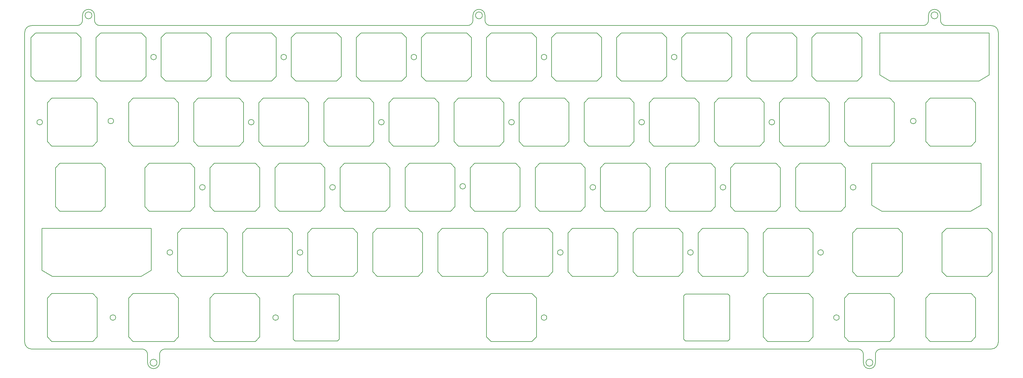
<source format=gbr>
%TF.GenerationSoftware,KiCad,Pcbnew,(6.0.0)*%
%TF.CreationDate,2023-05-15T16:31:23+03:00*%
%TF.ProjectId,Plate,506c6174-652e-46b6-9963-61645f706362,rev?*%
%TF.SameCoordinates,Original*%
%TF.FileFunction,Profile,NP*%
%FSLAX46Y46*%
G04 Gerber Fmt 4.6, Leading zero omitted, Abs format (unit mm)*
G04 Created by KiCad (PCBNEW (6.0.0)) date 2023-05-15 16:31:23*
%MOMM*%
%LPD*%
G01*
G04 APERTURE LIST*
%TA.AperFunction,Profile*%
%ADD10C,0.200000*%
%TD*%
G04 APERTURE END LIST*
D10*
X65550033Y-161094752D02*
X66851033Y-159793752D01*
X65550033Y-172492752D02*
X65550033Y-161094752D01*
X66851033Y-173793752D02*
X65550033Y-172492752D01*
X78849033Y-173793752D02*
X66851033Y-173793752D01*
X80150033Y-172492752D02*
X78849033Y-173793752D01*
X80150033Y-161094752D02*
X80150033Y-172492752D01*
X78849033Y-159793752D02*
X80150033Y-161094752D01*
X66851033Y-159793752D02*
X78849033Y-159793752D01*
X102661533Y-159793752D02*
X103962533Y-161094752D01*
X90663533Y-159793752D02*
X102661533Y-159793752D01*
X89362533Y-161094752D02*
X90663533Y-159793752D01*
X89362533Y-172492752D02*
X89362533Y-161094752D01*
X90663533Y-173793752D02*
X89362533Y-172492752D01*
X102661533Y-173793752D02*
X90663533Y-173793752D01*
X103962533Y-172492752D02*
X102661533Y-173793752D01*
X103962533Y-161094752D02*
X103962533Y-172492752D01*
X62088533Y-97593752D02*
X60787533Y-96292752D01*
X74086533Y-97593752D02*
X62088533Y-97593752D01*
X75387533Y-96292752D02*
X74086533Y-97593752D01*
X75387533Y-84894752D02*
X75387533Y-96292752D01*
X74086533Y-83593752D02*
X75387533Y-84894752D01*
X62088533Y-83593752D02*
X74086533Y-83593752D01*
X60787533Y-84894752D02*
X62088533Y-83593752D01*
X60787533Y-96292752D02*
X60787533Y-84894752D01*
X84949033Y-109293752D02*
G75*
G03*
X84949033Y-109293752I-811500J0D01*
G01*
X97662532Y-179993758D02*
G75*
G03*
X97662532Y-179993758I-1000000J0D01*
G01*
X112186533Y-83593752D02*
X113487533Y-84894752D01*
X100188533Y-83593752D02*
X112186533Y-83593752D01*
X98887533Y-84894752D02*
X100188533Y-83593752D01*
X98887533Y-96292752D02*
X98887533Y-84894752D01*
X100188533Y-97593752D02*
X98887533Y-96292752D01*
X112186533Y-97593752D02*
X100188533Y-97593752D01*
X113487533Y-96292752D02*
X112186533Y-97593752D01*
X113487533Y-84894752D02*
X113487533Y-96292752D01*
X226061533Y-128693752D02*
G75*
G03*
X226061533Y-128693752I-811500J0D01*
G01*
X211774033Y-90593752D02*
G75*
G03*
X211774033Y-90593752I-811500J0D01*
G01*
X64136533Y-109643752D02*
G75*
G03*
X64136533Y-109643752I-811500J0D01*
G01*
X78612533Y-78393790D02*
G75*
G03*
X78612533Y-78393790I-1000000J0D01*
G01*
X227787533Y-96292752D02*
X226486533Y-97593752D01*
X227787533Y-84894752D02*
X227787533Y-96292752D01*
X226486533Y-83593752D02*
X227787533Y-84894752D01*
X214488533Y-83593752D02*
X226486533Y-83593752D01*
X213187533Y-84894752D02*
X214488533Y-83593752D01*
X213187533Y-96292752D02*
X213187533Y-84894752D01*
X214488533Y-97593752D02*
X213187533Y-96292752D01*
X226486533Y-97593752D02*
X214488533Y-97593752D01*
X94437533Y-84894752D02*
X94437533Y-96292752D01*
X93136533Y-83593752D02*
X94437533Y-84894752D01*
X81138533Y-83593752D02*
X93136533Y-83593752D01*
X79837533Y-84894752D02*
X81138533Y-83593752D01*
X79837533Y-96292752D02*
X79837533Y-84894752D01*
X81138533Y-97593752D02*
X79837533Y-96292752D01*
X93136533Y-97593752D02*
X81138533Y-97593752D01*
X94437533Y-96292752D02*
X93136533Y-97593752D01*
X216536533Y-147743752D02*
G75*
G03*
X216536533Y-147743752I-811500J0D01*
G01*
X85567783Y-166793752D02*
G75*
G03*
X85567783Y-166793752I-811500J0D01*
G01*
X202249033Y-109643752D02*
G75*
G03*
X202249033Y-109643752I-811500J0D01*
G01*
X297368721Y-166793752D02*
G75*
G03*
X297368721Y-166793752I-811500J0D01*
G01*
X111761533Y-128693752D02*
G75*
G03*
X111761533Y-128693752I-811500J0D01*
G01*
X97474033Y-90593752D02*
G75*
G03*
X97474033Y-90593752I-811500J0D01*
G01*
X212199033Y-140743752D02*
X213500033Y-142044752D01*
X200201033Y-140743752D02*
X212199033Y-140743752D01*
X198900033Y-142044752D02*
X200201033Y-140743752D01*
X198900033Y-153442752D02*
X198900033Y-142044752D01*
X200201033Y-154743752D02*
X198900033Y-153442752D01*
X212199033Y-154743752D02*
X200201033Y-154743752D01*
X213500033Y-153442752D02*
X212199033Y-154743752D01*
X213500033Y-142044752D02*
X213500033Y-153442752D01*
X102661533Y-102643752D02*
X103962533Y-103944752D01*
X90663533Y-102643752D02*
X102661533Y-102643752D01*
X89362533Y-103944752D02*
X90663533Y-102643752D01*
X89362533Y-115342752D02*
X89362533Y-103944752D01*
X90663533Y-116643752D02*
X89362533Y-115342752D01*
X102661533Y-116643752D02*
X90663533Y-116643752D01*
X103962533Y-115342752D02*
X102661533Y-116643752D01*
X103962533Y-103944752D02*
X103962533Y-115342752D01*
X292736533Y-147743752D02*
G75*
G03*
X292736533Y-147743752I-811500J0D01*
G01*
X102236533Y-147743752D02*
G75*
G03*
X102236533Y-147743752I-811500J0D01*
G01*
X65550033Y-115342752D02*
X65550033Y-103944752D01*
X66851033Y-116643752D02*
X65550033Y-115342752D01*
X78849033Y-116643752D02*
X66851033Y-116643752D01*
X80150033Y-115342752D02*
X78849033Y-116643752D01*
X80150033Y-103944752D02*
X80150033Y-115342752D01*
X78849033Y-102643752D02*
X80150033Y-103944752D01*
X66851033Y-102643752D02*
X78849033Y-102643752D01*
X65550033Y-103944752D02*
X66851033Y-102643752D01*
X324026033Y-159793752D02*
X336024033Y-159793752D01*
X322725033Y-161094752D02*
X324026033Y-159793752D01*
X322725033Y-172492752D02*
X322725033Y-161094752D01*
X324026033Y-173793752D02*
X322725033Y-172492752D01*
X336024033Y-173793752D02*
X324026033Y-173793752D01*
X337325033Y-172492752D02*
X336024033Y-173793752D01*
X337325033Y-161094752D02*
X337325033Y-172492752D01*
X336024033Y-159793752D02*
X337325033Y-161094752D01*
X252588533Y-83593752D02*
X264586533Y-83593752D01*
X251287533Y-84894752D02*
X252588533Y-83593752D01*
X251287533Y-96292752D02*
X251287533Y-84894752D01*
X252588533Y-97593752D02*
X251287533Y-96292752D01*
X264586533Y-97593752D02*
X252588533Y-97593752D01*
X265887533Y-96292752D02*
X264586533Y-97593752D01*
X265887533Y-84894752D02*
X265887533Y-96292752D01*
X264586533Y-83593752D02*
X265887533Y-84894752D01*
X81230283Y-121693752D02*
X82531283Y-122994752D01*
X69232283Y-121693752D02*
X81230283Y-121693752D01*
X67931283Y-122994752D02*
X69232283Y-121693752D01*
X67931283Y-134392752D02*
X67931283Y-122994752D01*
X69232283Y-135693752D02*
X67931283Y-134392752D01*
X81230283Y-135693752D02*
X69232283Y-135693752D01*
X82531283Y-134392752D02*
X81230283Y-135693752D01*
X82531283Y-122994752D02*
X82531283Y-134392752D01*
X108412533Y-103944752D02*
X109713533Y-102643752D01*
X108412533Y-115342752D02*
X108412533Y-103944752D01*
X109713533Y-116643752D02*
X108412533Y-115342752D01*
X121711533Y-116643752D02*
X109713533Y-116643752D01*
X123012533Y-115342752D02*
X121711533Y-116643752D01*
X123012533Y-103944752D02*
X123012533Y-115342752D01*
X121711533Y-102643752D02*
X123012533Y-103944752D01*
X109713533Y-102643752D02*
X121711533Y-102643752D01*
X276401033Y-159793752D02*
X288399033Y-159793752D01*
X275100033Y-161094752D02*
X276401033Y-159793752D01*
X275100033Y-172492752D02*
X275100033Y-161094752D01*
X276401033Y-173793752D02*
X275100033Y-172492752D01*
X288399033Y-173793752D02*
X276401033Y-173793752D01*
X289700033Y-172492752D02*
X288399033Y-173793752D01*
X289700033Y-161094752D02*
X289700033Y-172492752D01*
X288399033Y-159793752D02*
X289700033Y-161094752D01*
X173674033Y-90593752D02*
G75*
G03*
X173674033Y-90593752I-811500J0D01*
G01*
X63993783Y-153011752D02*
X63993783Y-140743752D01*
X66993783Y-154743752D02*
X63993783Y-153011752D01*
X92993783Y-154743752D02*
X66993783Y-154743752D01*
X95993783Y-153011752D02*
X92993783Y-154743752D01*
X95993783Y-140743752D02*
X95993783Y-153011752D01*
X63993783Y-140743752D02*
X95993783Y-140743752D01*
X94125033Y-122994752D02*
X95426033Y-121693752D01*
X94125033Y-134392752D02*
X94125033Y-122994752D01*
X95426033Y-135693752D02*
X94125033Y-134392752D01*
X107424033Y-135693752D02*
X95426033Y-135693752D01*
X108725033Y-134392752D02*
X107424033Y-135693752D01*
X108725033Y-122994752D02*
X108725033Y-134392752D01*
X107424033Y-121693752D02*
X108725033Y-122994752D01*
X95426033Y-121693752D02*
X107424033Y-121693752D01*
X298912533Y-172492752D02*
X298912533Y-161094752D01*
X300213533Y-173793752D02*
X298912533Y-172492752D01*
X312211533Y-173793752D02*
X300213533Y-173793752D01*
X313512533Y-172492752D02*
X312211533Y-173793752D01*
X313512533Y-161094752D02*
X313512533Y-172492752D01*
X312211533Y-159793752D02*
X313512533Y-161094752D01*
X300213533Y-159793752D02*
X312211533Y-159793752D01*
X298912533Y-161094752D02*
X300213533Y-159793752D01*
X133192783Y-166793752D02*
G75*
G03*
X133192783Y-166793752I-811500J0D01*
G01*
X307212532Y-179993772D02*
G75*
G03*
X307212532Y-179993772I-1000000J0D01*
G01*
X211774033Y-166793752D02*
G75*
G03*
X211774033Y-166793752I-811500J0D01*
G01*
X233538533Y-83593752D02*
X245536533Y-83593752D01*
X232237533Y-84894752D02*
X233538533Y-83593752D01*
X232237533Y-96292752D02*
X232237533Y-84894752D01*
X233538533Y-97593752D02*
X232237533Y-96292752D01*
X245536533Y-97593752D02*
X233538533Y-97593752D01*
X246837533Y-96292752D02*
X245536533Y-97593752D01*
X246837533Y-84894752D02*
X246837533Y-96292752D01*
X245536533Y-83593752D02*
X246837533Y-84894752D01*
X209726033Y-135693752D02*
X208425033Y-134392752D01*
X221724033Y-135693752D02*
X209726033Y-135693752D01*
X223025033Y-134392752D02*
X221724033Y-135693752D01*
X223025033Y-122994752D02*
X223025033Y-134392752D01*
X221724033Y-121693752D02*
X223025033Y-122994752D01*
X209726033Y-121693752D02*
X221724033Y-121693752D01*
X208425033Y-122994752D02*
X209726033Y-121693752D01*
X208425033Y-134392752D02*
X208425033Y-122994752D01*
X135574033Y-90593752D02*
G75*
G03*
X135574033Y-90593752I-811500J0D01*
G01*
X249874033Y-90593752D02*
G75*
G03*
X249874033Y-90593752I-811500J0D01*
G01*
X126049033Y-109643752D02*
G75*
G03*
X126049033Y-109643752I-811500J0D01*
G01*
X103650033Y-153442752D02*
X103650033Y-142044752D01*
X104951033Y-154743752D02*
X103650033Y-153442752D01*
X116949033Y-154743752D02*
X104951033Y-154743752D01*
X118250033Y-153442752D02*
X116949033Y-154743752D01*
X118250033Y-142044752D02*
X118250033Y-153442752D01*
X116949033Y-140743752D02*
X118250033Y-142044752D01*
X104951033Y-140743752D02*
X116949033Y-140743752D01*
X103650033Y-142044752D02*
X104951033Y-140743752D01*
X192912533Y-78393774D02*
G75*
G03*
X192912533Y-78393774I-1000000J0D01*
G01*
X290688533Y-83593752D02*
X302686533Y-83593752D01*
X289387533Y-84894752D02*
X290688533Y-83593752D01*
X289387533Y-96292752D02*
X289387533Y-84894752D01*
X290688533Y-97593752D02*
X289387533Y-96292752D01*
X302686533Y-97593752D02*
X290688533Y-97593752D01*
X303987533Y-96292752D02*
X302686533Y-97593752D01*
X303987533Y-84894752D02*
X303987533Y-96292752D01*
X302686533Y-83593752D02*
X303987533Y-84894752D01*
X254636533Y-147743752D02*
G75*
G03*
X254636533Y-147743752I-811500J0D01*
G01*
X204963533Y-102643752D02*
X216961533Y-102643752D01*
X203662533Y-103944752D02*
X204963533Y-102643752D01*
X203662533Y-115342752D02*
X203662533Y-103944752D01*
X204963533Y-116643752D02*
X203662533Y-115342752D01*
X216961533Y-116643752D02*
X204963533Y-116643752D01*
X218262533Y-115342752D02*
X216961533Y-116643752D01*
X218262533Y-103944752D02*
X218262533Y-115342752D01*
X216961533Y-102643752D02*
X218262533Y-103944752D01*
X150510533Y-159923252D02*
X151018533Y-160431252D01*
X138064533Y-159923252D02*
X150510533Y-159923252D01*
X137556533Y-160431252D02*
X138064533Y-159923252D01*
X137556533Y-173156252D02*
X137556533Y-160431252D01*
X138064533Y-173664252D02*
X137556533Y-173156252D01*
X150510533Y-173664252D02*
X138064533Y-173664252D01*
X151018533Y-173156252D02*
X150510533Y-173664252D01*
X151018533Y-160431252D02*
X151018533Y-173156252D01*
X119238533Y-83593752D02*
X131236533Y-83593752D01*
X117937533Y-84894752D02*
X119238533Y-83593752D01*
X117937533Y-96292752D02*
X117937533Y-84894752D01*
X119238533Y-97593752D02*
X117937533Y-96292752D01*
X131236533Y-97593752D02*
X119238533Y-97593752D01*
X132537533Y-96292752D02*
X131236533Y-97593752D01*
X132537533Y-84894752D02*
X132537533Y-96292752D01*
X131236533Y-83593752D02*
X132537533Y-84894752D01*
X195438533Y-97593752D02*
X194137533Y-96292752D01*
X207436533Y-97593752D02*
X195438533Y-97593752D01*
X208737533Y-96292752D02*
X207436533Y-97593752D01*
X208737533Y-84894752D02*
X208737533Y-96292752D01*
X207436533Y-83593752D02*
X208737533Y-84894752D01*
X195438533Y-83593752D02*
X207436533Y-83593752D01*
X194137533Y-84894752D02*
X195438533Y-83593752D01*
X194137533Y-96292752D02*
X194137533Y-84894752D01*
X326262533Y-78393772D02*
G75*
G03*
X326262533Y-78393772I-1000000J0D01*
G01*
X175087533Y-84894752D02*
X176388533Y-83593752D01*
X175087533Y-96292752D02*
X175087533Y-84894752D01*
X176388533Y-97593752D02*
X175087533Y-96292752D01*
X188386533Y-97593752D02*
X176388533Y-97593752D01*
X189687533Y-96292752D02*
X188386533Y-97593752D01*
X189687533Y-84894752D02*
X189687533Y-96292752D01*
X188386533Y-83593752D02*
X189687533Y-84894752D01*
X176388533Y-83593752D02*
X188386533Y-83593752D01*
X126474033Y-159793752D02*
X127775033Y-161094752D01*
X114476033Y-159793752D02*
X126474033Y-159793752D01*
X113175033Y-161094752D02*
X114476033Y-159793752D01*
X113175033Y-172492752D02*
X113175033Y-161094752D01*
X114476033Y-173793752D02*
X113175033Y-172492752D01*
X126474033Y-173793752D02*
X114476033Y-173793752D01*
X127775033Y-172492752D02*
X126474033Y-173793752D01*
X127775033Y-161094752D02*
X127775033Y-172492752D01*
X327487533Y-142044752D02*
X328788533Y-140743752D01*
X327487533Y-153442752D02*
X327487533Y-142044752D01*
X328788533Y-154743752D02*
X327487533Y-153442752D01*
X340786533Y-154743752D02*
X328788533Y-154743752D01*
X342087533Y-153442752D02*
X340786533Y-154743752D01*
X342087533Y-142044752D02*
X342087533Y-153442752D01*
X340786533Y-140743752D02*
X342087533Y-142044752D01*
X328788533Y-140743752D02*
X340786533Y-140743752D01*
X302594783Y-140743752D02*
X314592783Y-140743752D01*
X301293783Y-142044752D02*
X302594783Y-140743752D01*
X301293783Y-153442752D02*
X301293783Y-142044752D01*
X302594783Y-154743752D02*
X301293783Y-153442752D01*
X314592783Y-154743752D02*
X302594783Y-154743752D01*
X315893783Y-153442752D02*
X314592783Y-154743752D01*
X315893783Y-142044752D02*
X315893783Y-153442752D01*
X314592783Y-140743752D02*
X315893783Y-142044752D01*
X302261533Y-128693752D02*
G75*
G03*
X302261533Y-128693752I-811500J0D01*
G01*
X140336533Y-147743752D02*
G75*
G03*
X140336533Y-147743752I-811500J0D01*
G01*
X338262533Y-97593752D02*
X312262533Y-97593752D01*
X341262533Y-95861752D02*
X338262533Y-97593752D01*
X341262533Y-83593752D02*
X341262533Y-95861752D01*
X309262533Y-83593752D02*
X341262533Y-83593752D01*
X309262533Y-95861752D02*
X309262533Y-83593752D01*
X312262533Y-97593752D02*
X309262533Y-95861752D01*
X278449033Y-109643752D02*
G75*
G03*
X278449033Y-109643752I-811500J0D01*
G01*
X284937533Y-84894752D02*
X284937533Y-96292752D01*
X283636533Y-83593752D02*
X284937533Y-84894752D01*
X271638533Y-83593752D02*
X283636533Y-83593752D01*
X270337533Y-84894752D02*
X271638533Y-83593752D01*
X270337533Y-96292752D02*
X270337533Y-84894752D01*
X271638533Y-97593752D02*
X270337533Y-96292752D01*
X283636533Y-97593752D02*
X271638533Y-97593752D01*
X284937533Y-96292752D02*
X283636533Y-97593752D01*
X251856533Y-173156252D02*
X251856533Y-160431252D01*
X252364533Y-173664252D02*
X251856533Y-173156252D01*
X264810533Y-173664252D02*
X252364533Y-173664252D01*
X265318533Y-173156252D02*
X264810533Y-173664252D01*
X265318533Y-160431252D02*
X265318533Y-173156252D01*
X264810533Y-159923252D02*
X265318533Y-160431252D01*
X252364533Y-159923252D02*
X264810533Y-159923252D01*
X251856533Y-160431252D02*
X252364533Y-159923252D01*
X157338533Y-97593752D02*
X156037533Y-96292752D01*
X169336533Y-97593752D02*
X157338533Y-97593752D01*
X170637533Y-96292752D02*
X169336533Y-97593752D01*
X170637533Y-84894752D02*
X170637533Y-96292752D01*
X169336533Y-83593752D02*
X170637533Y-84894752D01*
X157338533Y-83593752D02*
X169336533Y-83593752D01*
X156037533Y-84894752D02*
X157338533Y-83593752D01*
X156037533Y-96292752D02*
X156037533Y-84894752D01*
X319851033Y-109305752D02*
G75*
G03*
X319851033Y-109305752I-811500J0D01*
G01*
X164149033Y-109643752D02*
G75*
G03*
X164149033Y-109643752I-811500J0D01*
G01*
X238301033Y-140743752D02*
X250299033Y-140743752D01*
X237000033Y-142044752D02*
X238301033Y-140743752D01*
X237000033Y-153442752D02*
X237000033Y-142044752D01*
X238301033Y-154743752D02*
X237000033Y-153442752D01*
X250299033Y-154743752D02*
X238301033Y-154743752D01*
X251600033Y-153442752D02*
X250299033Y-154743752D01*
X251600033Y-142044752D02*
X251600033Y-153442752D01*
X250299033Y-140743752D02*
X251600033Y-142044752D01*
X140761533Y-102643752D02*
X142062533Y-103944752D01*
X128763533Y-102643752D02*
X140761533Y-102643752D01*
X127462533Y-103944752D02*
X128763533Y-102643752D01*
X127462533Y-115342752D02*
X127462533Y-103944752D01*
X128763533Y-116643752D02*
X127462533Y-115342752D01*
X140761533Y-116643752D02*
X128763533Y-116643752D01*
X142062533Y-115342752D02*
X140761533Y-116643752D01*
X142062533Y-103944752D02*
X142062533Y-115342752D01*
X143051033Y-154743752D02*
X141750033Y-153442752D01*
X155049033Y-154743752D02*
X143051033Y-154743752D01*
X156350033Y-153442752D02*
X155049033Y-154743752D01*
X156350033Y-142044752D02*
X156350033Y-153442752D01*
X155049033Y-140743752D02*
X156350033Y-142044752D01*
X143051033Y-140743752D02*
X155049033Y-140743752D01*
X141750033Y-142044752D02*
X143051033Y-140743752D01*
X141750033Y-153442752D02*
X141750033Y-142044752D01*
X294462533Y-103944752D02*
X294462533Y-115342752D01*
X293161533Y-102643752D02*
X294462533Y-103944752D01*
X281163533Y-102643752D02*
X293161533Y-102643752D01*
X279862533Y-103944752D02*
X281163533Y-102643752D01*
X279862533Y-115342752D02*
X279862533Y-103944752D01*
X281163533Y-116643752D02*
X279862533Y-115342752D01*
X293161533Y-116643752D02*
X281163533Y-116643752D01*
X294462533Y-115342752D02*
X293161533Y-116643752D01*
X264161533Y-128693752D02*
G75*
G03*
X264161533Y-128693752I-811500J0D01*
G01*
X149861533Y-128693752D02*
G75*
G03*
X149861533Y-128693752I-811500J0D01*
G01*
X150286533Y-83593752D02*
X151587533Y-84894752D01*
X138288533Y-83593752D02*
X150286533Y-83593752D01*
X136987533Y-84894752D02*
X138288533Y-83593752D01*
X136987533Y-96292752D02*
X136987533Y-84894752D01*
X138288533Y-97593752D02*
X136987533Y-96292752D01*
X150286533Y-97593752D02*
X138288533Y-97593752D01*
X151587533Y-96292752D02*
X150286533Y-97593752D01*
X151587533Y-84894752D02*
X151587533Y-96292752D01*
X256050033Y-142044752D02*
X257351033Y-140743752D01*
X256050033Y-153442752D02*
X256050033Y-142044752D01*
X257351033Y-154743752D02*
X256050033Y-153442752D01*
X269349033Y-154743752D02*
X257351033Y-154743752D01*
X270650033Y-153442752D02*
X269349033Y-154743752D01*
X270650033Y-142044752D02*
X270650033Y-153442752D01*
X269349033Y-140743752D02*
X270650033Y-142044752D01*
X257351033Y-140743752D02*
X269349033Y-140743752D01*
X240349033Y-109643752D02*
G75*
G03*
X240349033Y-109643752I-811500J0D01*
G01*
X306881283Y-133961752D02*
X306881283Y-121693752D01*
X309881283Y-135693752D02*
X306881283Y-133961752D01*
X335881283Y-135693752D02*
X309881283Y-135693752D01*
X338881283Y-133961752D02*
X335881283Y-135693752D01*
X338881283Y-121693752D02*
X338881283Y-133961752D01*
X306881283Y-121693752D02*
X338881283Y-121693752D01*
X274111533Y-102643752D02*
X275412533Y-103944752D01*
X262113533Y-102643752D02*
X274111533Y-102643752D01*
X260812533Y-103944752D02*
X262113533Y-102643752D01*
X260812533Y-115342752D02*
X260812533Y-103944752D01*
X262113533Y-116643752D02*
X260812533Y-115342752D01*
X274111533Y-116643752D02*
X262113533Y-116643752D01*
X275412533Y-115342752D02*
X274111533Y-116643752D01*
X275412533Y-103944752D02*
X275412533Y-115342752D01*
X237312533Y-103944752D02*
X237312533Y-115342752D01*
X236011533Y-102643752D02*
X237312533Y-103944752D01*
X224013533Y-102643752D02*
X236011533Y-102643752D01*
X222712533Y-103944752D02*
X224013533Y-102643752D01*
X222712533Y-115342752D02*
X222712533Y-103944752D01*
X224013533Y-116643752D02*
X222712533Y-115342752D01*
X236011533Y-116643752D02*
X224013533Y-116643752D01*
X237312533Y-115342752D02*
X236011533Y-116643752D01*
X189375033Y-134392752D02*
X189375033Y-122994752D01*
X190676033Y-135693752D02*
X189375033Y-134392752D01*
X202674033Y-135693752D02*
X190676033Y-135693752D01*
X203975033Y-134392752D02*
X202674033Y-135693752D01*
X203975033Y-122994752D02*
X203975033Y-134392752D01*
X202674033Y-121693752D02*
X203975033Y-122994752D01*
X190676033Y-121693752D02*
X202674033Y-121693752D01*
X189375033Y-122994752D02*
X190676033Y-121693752D01*
X259824033Y-121693752D02*
X261125033Y-122994752D01*
X247826033Y-121693752D02*
X259824033Y-121693752D01*
X246525033Y-122994752D02*
X247826033Y-121693752D01*
X246525033Y-134392752D02*
X246525033Y-122994752D01*
X247826033Y-135693752D02*
X246525033Y-134392752D01*
X259824033Y-135693752D02*
X247826033Y-135693752D01*
X261125033Y-134392752D02*
X259824033Y-135693752D01*
X261125033Y-122994752D02*
X261125033Y-134392752D01*
X324026033Y-102643752D02*
X336024033Y-102643752D01*
X322725033Y-103944752D02*
X324026033Y-102643752D01*
X322725033Y-115342752D02*
X322725033Y-103944752D01*
X324026033Y-116643752D02*
X322725033Y-115342752D01*
X336024033Y-116643752D02*
X324026033Y-116643752D01*
X337325033Y-115342752D02*
X336024033Y-116643752D01*
X337325033Y-103944752D02*
X337325033Y-115342752D01*
X336024033Y-102643752D02*
X337325033Y-103944752D01*
X242075033Y-122994752D02*
X242075033Y-134392752D01*
X240774033Y-121693752D02*
X242075033Y-122994752D01*
X228776033Y-121693752D02*
X240774033Y-121693752D01*
X227475033Y-122994752D02*
X228776033Y-121693752D01*
X227475033Y-134392752D02*
X227475033Y-122994752D01*
X228776033Y-135693752D02*
X227475033Y-134392752D01*
X240774033Y-135693752D02*
X228776033Y-135693752D01*
X242075033Y-134392752D02*
X240774033Y-135693752D01*
X124001033Y-140743752D02*
X135999033Y-140743752D01*
X122700033Y-142044752D02*
X124001033Y-140743752D01*
X122700033Y-153442752D02*
X122700033Y-142044752D01*
X124001033Y-154743752D02*
X122700033Y-153442752D01*
X135999033Y-154743752D02*
X124001033Y-154743752D01*
X137300033Y-153442752D02*
X135999033Y-154743752D01*
X137300033Y-142044752D02*
X137300033Y-153442752D01*
X135999033Y-140743752D02*
X137300033Y-142044752D01*
X284625033Y-122994752D02*
X285926033Y-121693752D01*
X284625033Y-134392752D02*
X284625033Y-122994752D01*
X285926033Y-135693752D02*
X284625033Y-134392752D01*
X297924033Y-135693752D02*
X285926033Y-135693752D01*
X299225033Y-134392752D02*
X297924033Y-135693752D01*
X299225033Y-122994752D02*
X299225033Y-134392752D01*
X297924033Y-121693752D02*
X299225033Y-122994752D01*
X285926033Y-121693752D02*
X297924033Y-121693752D01*
X146825033Y-122994752D02*
X146825033Y-134392752D01*
X145524033Y-121693752D02*
X146825033Y-122994752D01*
X133526033Y-121693752D02*
X145524033Y-121693752D01*
X132225033Y-122994752D02*
X133526033Y-121693752D01*
X132225033Y-134392752D02*
X132225033Y-122994752D01*
X133526033Y-135693752D02*
X132225033Y-134392752D01*
X145524033Y-135693752D02*
X133526033Y-135693752D01*
X146825033Y-134392752D02*
X145524033Y-135693752D01*
X183624033Y-121693752D02*
X184925033Y-122994752D01*
X171626033Y-121693752D02*
X183624033Y-121693752D01*
X170325033Y-122994752D02*
X171626033Y-121693752D01*
X170325033Y-134392752D02*
X170325033Y-122994752D01*
X171626033Y-135693752D02*
X170325033Y-134392752D01*
X183624033Y-135693752D02*
X171626033Y-135693752D01*
X184925033Y-134392752D02*
X183624033Y-135693752D01*
X184925033Y-122994752D02*
X184925033Y-134392752D01*
X243063533Y-116643752D02*
X241762533Y-115342752D01*
X255061533Y-116643752D02*
X243063533Y-116643752D01*
X256362533Y-115342752D02*
X255061533Y-116643752D01*
X256362533Y-103944752D02*
X256362533Y-115342752D01*
X255061533Y-102643752D02*
X256362533Y-103944752D01*
X243063533Y-102643752D02*
X255061533Y-102643752D01*
X241762533Y-103944752D02*
X243063533Y-102643752D01*
X241762533Y-115342752D02*
X241762533Y-103944752D01*
X219251033Y-140743752D02*
X231249033Y-140743752D01*
X217950033Y-142044752D02*
X219251033Y-140743752D01*
X217950033Y-153442752D02*
X217950033Y-142044752D01*
X219251033Y-154743752D02*
X217950033Y-153442752D01*
X231249033Y-154743752D02*
X219251033Y-154743752D01*
X232550033Y-153442752D02*
X231249033Y-154743752D01*
X232550033Y-142044752D02*
X232550033Y-153442752D01*
X231249033Y-140743752D02*
X232550033Y-142044752D01*
X160800033Y-153442752D02*
X160800033Y-142044752D01*
X162101033Y-154743752D02*
X160800033Y-153442752D01*
X174099033Y-154743752D02*
X162101033Y-154743752D01*
X175400033Y-153442752D02*
X174099033Y-154743752D01*
X175400033Y-142044752D02*
X175400033Y-153442752D01*
X174099033Y-140743752D02*
X175400033Y-142044752D01*
X162101033Y-140743752D02*
X174099033Y-140743752D01*
X160800033Y-142044752D02*
X162101033Y-140743752D01*
X266876033Y-135693752D02*
X265575033Y-134392752D01*
X278874033Y-135693752D02*
X266876033Y-135693752D01*
X280175033Y-134392752D02*
X278874033Y-135693752D01*
X280175033Y-122994752D02*
X280175033Y-134392752D01*
X278874033Y-121693752D02*
X280175033Y-122994752D01*
X266876033Y-121693752D02*
X278874033Y-121693752D01*
X265575033Y-122994752D02*
X266876033Y-121693752D01*
X265575033Y-134392752D02*
X265575033Y-122994752D01*
X159811533Y-102643752D02*
X161112533Y-103944752D01*
X147813533Y-102643752D02*
X159811533Y-102643752D01*
X146512533Y-103944752D02*
X147813533Y-102643752D01*
X146512533Y-115342752D02*
X146512533Y-103944752D01*
X147813533Y-116643752D02*
X146512533Y-115342752D01*
X159811533Y-116643752D02*
X147813533Y-116643752D01*
X161112533Y-115342752D02*
X159811533Y-116643752D01*
X161112533Y-103944752D02*
X161112533Y-115342752D01*
X185913533Y-116643752D02*
X184612533Y-115342752D01*
X197911533Y-116643752D02*
X185913533Y-116643752D01*
X199212533Y-115342752D02*
X197911533Y-116643752D01*
X199212533Y-103944752D02*
X199212533Y-115342752D01*
X197911533Y-102643752D02*
X199212533Y-103944752D01*
X185913533Y-102643752D02*
X197911533Y-102643752D01*
X184612533Y-103944752D02*
X185913533Y-102643752D01*
X184612533Y-115342752D02*
X184612533Y-103944752D01*
X298912533Y-103944752D02*
X300213533Y-102643752D01*
X298912533Y-115342752D02*
X298912533Y-103944752D01*
X300213533Y-116643752D02*
X298912533Y-115342752D01*
X312211533Y-116643752D02*
X300213533Y-116643752D01*
X313512533Y-115342752D02*
X312211533Y-116643752D01*
X313512533Y-103944752D02*
X313512533Y-115342752D01*
X312211533Y-102643752D02*
X313512533Y-103944752D01*
X300213533Y-102643752D02*
X312211533Y-102643752D01*
X187961533Y-128393752D02*
G75*
G03*
X187961533Y-128393752I-811500J0D01*
G01*
X179850033Y-142044752D02*
X181151033Y-140743752D01*
X179850033Y-153442752D02*
X179850033Y-142044752D01*
X181151033Y-154743752D02*
X179850033Y-153442752D01*
X193149033Y-154743752D02*
X181151033Y-154743752D01*
X194450033Y-153442752D02*
X193149033Y-154743752D01*
X194450033Y-142044752D02*
X194450033Y-153442752D01*
X193149033Y-140743752D02*
X194450033Y-142044752D01*
X181151033Y-140743752D02*
X193149033Y-140743752D01*
X275100033Y-153442752D02*
X275100033Y-142044752D01*
X276401033Y-154743752D02*
X275100033Y-153442752D01*
X288399033Y-154743752D02*
X276401033Y-154743752D01*
X289700033Y-153442752D02*
X288399033Y-154743752D01*
X289700033Y-142044752D02*
X289700033Y-153442752D01*
X288399033Y-140743752D02*
X289700033Y-142044752D01*
X276401033Y-140743752D02*
X288399033Y-140743752D01*
X275100033Y-142044752D02*
X276401033Y-140743752D01*
X126474033Y-135693752D02*
X114476033Y-135693752D01*
X127775033Y-134392752D02*
X126474033Y-135693752D01*
X127775033Y-122994752D02*
X127775033Y-134392752D01*
X126474033Y-121693752D02*
X127775033Y-122994752D01*
X114476033Y-121693752D02*
X126474033Y-121693752D01*
X113175033Y-122994752D02*
X114476033Y-121693752D01*
X113175033Y-134392752D02*
X113175033Y-122994752D01*
X114476033Y-135693752D02*
X113175033Y-134392752D01*
X195438533Y-173793752D02*
X194137533Y-172492752D01*
X207436533Y-173793752D02*
X195438533Y-173793752D01*
X208737533Y-172492752D02*
X207436533Y-173793752D01*
X208737533Y-161094752D02*
X208737533Y-172492752D01*
X207436533Y-159793752D02*
X208737533Y-161094752D01*
X195438533Y-159793752D02*
X207436533Y-159793752D01*
X194137533Y-161094752D02*
X195438533Y-159793752D01*
X194137533Y-172492752D02*
X194137533Y-161094752D01*
X164574033Y-121693752D02*
X165875033Y-122994752D01*
X152576033Y-121693752D02*
X164574033Y-121693752D01*
X151275033Y-122994752D02*
X152576033Y-121693752D01*
X151275033Y-134392752D02*
X151275033Y-122994752D01*
X152576033Y-135693752D02*
X151275033Y-134392752D01*
X164574033Y-135693752D02*
X152576033Y-135693752D01*
X165875033Y-134392752D02*
X164574033Y-135693752D01*
X165875033Y-122994752D02*
X165875033Y-134392752D01*
X178861533Y-102643752D02*
X180162533Y-103944752D01*
X166863533Y-102643752D02*
X178861533Y-102643752D01*
X165562533Y-103944752D02*
X166863533Y-102643752D01*
X165562533Y-115342752D02*
X165562533Y-103944752D01*
X166863533Y-116643752D02*
X165562533Y-115342752D01*
X178861533Y-116643752D02*
X166863533Y-116643752D01*
X180162533Y-115342752D02*
X178861533Y-116643752D01*
X180162533Y-103944752D02*
X180162533Y-115342752D01*
X60937505Y-81393793D02*
G75*
G03*
X58937505Y-83393793I-1J-1999999D01*
G01*
X74262533Y-81393793D02*
X60937505Y-81393793D01*
X74262533Y-81393793D02*
G75*
G03*
X75862533Y-79793793I1J1599999D01*
G01*
X75862533Y-78393790D02*
X75862533Y-79793793D01*
X79362533Y-78393790D02*
G75*
G03*
X75862533Y-78393790I-1750000J0D01*
G01*
X79362533Y-79793793D02*
X79362533Y-78393790D01*
X79362533Y-79793793D02*
G75*
G03*
X80962533Y-81393793I1599999J-1D01*
G01*
X188562533Y-81393793D02*
X80962533Y-81393793D01*
X188562533Y-81393793D02*
G75*
G03*
X190162533Y-79793793I1J1599999D01*
G01*
X190162533Y-78393774D02*
X190162533Y-79793793D01*
X193662533Y-78393774D02*
G75*
G03*
X190162533Y-78393774I-1750000J0D01*
G01*
X193662533Y-79793793D02*
X193662533Y-78393774D01*
X193662533Y-79793793D02*
G75*
G03*
X195262533Y-81393793I1599999J-1D01*
G01*
X321912533Y-81393793D02*
X195262533Y-81393793D01*
X321912533Y-81393793D02*
G75*
G03*
X323512533Y-79793793I1J1599999D01*
G01*
X323512533Y-78393772D02*
X323512533Y-79793793D01*
X327012533Y-78393772D02*
G75*
G03*
X323512533Y-78393772I-1750000J0D01*
G01*
X327012533Y-79793793D02*
X327012533Y-78393772D01*
X327012533Y-79793793D02*
G75*
G03*
X328612533Y-81393793I1599999J-1D01*
G01*
X341937529Y-81393793D02*
X328612533Y-81393793D01*
X343937529Y-83393793D02*
G75*
G03*
X341937529Y-81393793I-2000000J0D01*
G01*
X343937529Y-173993793D02*
X343937529Y-83393793D01*
X341937529Y-175993793D02*
G75*
G03*
X343937529Y-173993793I-2J2000002D01*
G01*
X309562533Y-175993793D02*
X341937529Y-175993793D01*
X309562533Y-175993793D02*
G75*
G03*
X307962533Y-177593793I-1J-1599999D01*
G01*
X307962532Y-179993773D02*
X307962533Y-177593793D01*
X304462532Y-179993772D02*
G75*
G03*
X307962532Y-179993773I1750000J0D01*
G01*
X304462533Y-177593793D02*
X304462532Y-179993772D01*
X304462533Y-177593793D02*
G75*
G03*
X302862533Y-175993793I-1599999J1D01*
G01*
X100012533Y-175993793D02*
X302862533Y-175993793D01*
X100012533Y-175993793D02*
G75*
G03*
X98412533Y-177593793I-1J-1599999D01*
G01*
X98412532Y-179993758D02*
X98412533Y-177593793D01*
X94912532Y-179993757D02*
G75*
G03*
X98412532Y-179993758I1750000J-1D01*
G01*
X94912533Y-177593793D02*
X94912532Y-179993757D01*
X94912533Y-177593793D02*
G75*
G03*
X93312533Y-175993793I-1599999J1D01*
G01*
X60937505Y-175993793D02*
X93312533Y-175993793D01*
X58937505Y-173993793D02*
G75*
G03*
X60937505Y-175993793I2000000J0D01*
G01*
X58937505Y-83393793D02*
X58937505Y-173993793D01*
X97662532Y-179993758D02*
G75*
G03*
X97662532Y-179993758I-1000000J0D01*
G01*
X326262533Y-78393772D02*
G75*
G03*
X326262533Y-78393772I-1000000J0D01*
G01*
X192912533Y-78393774D02*
G75*
G03*
X192912533Y-78393774I-1000000J0D01*
G01*
X307212532Y-179993772D02*
G75*
G03*
X307212532Y-179993772I-1000000J0D01*
G01*
X78612533Y-78393790D02*
G75*
G03*
X78612533Y-78393790I-1000000J0D01*
G01*
X288399033Y-140743752D02*
X289700033Y-142044752D01*
X276401033Y-140743752D02*
X288399033Y-140743752D01*
X275100033Y-142044752D02*
X276401033Y-140743752D01*
X275100033Y-153442752D02*
X275100033Y-142044752D01*
X276401033Y-154743752D02*
X275100033Y-153442752D01*
X288399033Y-154743752D02*
X276401033Y-154743752D01*
X289700033Y-153442752D02*
X288399033Y-154743752D01*
X289700033Y-142044752D02*
X289700033Y-153442752D01*
X249874033Y-90593752D02*
G75*
G03*
X249874033Y-90593752I-811500J0D01*
G01*
X309262533Y-95861752D02*
X309262533Y-83593752D01*
X312262533Y-97593752D02*
X309262533Y-95861752D01*
X338262533Y-97593752D02*
X312262533Y-97593752D01*
X341262533Y-95861752D02*
X338262533Y-97593752D01*
X341262533Y-83593752D02*
X341262533Y-95861752D01*
X309262533Y-83593752D02*
X341262533Y-83593752D01*
X302686533Y-83593752D02*
X303987533Y-84894752D01*
X290688533Y-83593752D02*
X302686533Y-83593752D01*
X289387533Y-84894752D02*
X290688533Y-83593752D01*
X289387533Y-96292752D02*
X289387533Y-84894752D01*
X290688533Y-97593752D02*
X289387533Y-96292752D01*
X302686533Y-97593752D02*
X290688533Y-97593752D01*
X303987533Y-96292752D02*
X302686533Y-97593752D01*
X303987533Y-84894752D02*
X303987533Y-96292752D01*
X328788533Y-154743752D02*
X327487533Y-153442752D01*
X340786533Y-154743752D02*
X328788533Y-154743752D01*
X342087533Y-153442752D02*
X340786533Y-154743752D01*
X342087533Y-142044752D02*
X342087533Y-153442752D01*
X340786533Y-140743752D02*
X342087533Y-142044752D01*
X328788533Y-140743752D02*
X340786533Y-140743752D01*
X327487533Y-142044752D02*
X328788533Y-140743752D01*
X327487533Y-153442752D02*
X327487533Y-142044752D01*
X252588533Y-83593752D02*
X264586533Y-83593752D01*
X251287533Y-84894752D02*
X252588533Y-83593752D01*
X251287533Y-96292752D02*
X251287533Y-84894752D01*
X252588533Y-97593752D02*
X251287533Y-96292752D01*
X264586533Y-97593752D02*
X252588533Y-97593752D01*
X265887533Y-96292752D02*
X264586533Y-97593752D01*
X265887533Y-84894752D02*
X265887533Y-96292752D01*
X264586533Y-83593752D02*
X265887533Y-84894752D01*
X202249033Y-109643752D02*
G75*
G03*
X202249033Y-109643752I-811500J0D01*
G01*
X126049033Y-109643752D02*
G75*
G03*
X126049033Y-109643752I-811500J0D01*
G01*
X180162533Y-103944752D02*
X180162533Y-115342752D01*
X178861533Y-102643752D02*
X180162533Y-103944752D01*
X166863533Y-102643752D02*
X178861533Y-102643752D01*
X165562533Y-103944752D02*
X166863533Y-102643752D01*
X165562533Y-115342752D02*
X165562533Y-103944752D01*
X166863533Y-116643752D02*
X165562533Y-115342752D01*
X178861533Y-116643752D02*
X166863533Y-116643752D01*
X180162533Y-115342752D02*
X178861533Y-116643752D01*
X284937533Y-96292752D02*
X283636533Y-97593752D01*
X284937533Y-84894752D02*
X284937533Y-96292752D01*
X283636533Y-83593752D02*
X284937533Y-84894752D01*
X271638533Y-83593752D02*
X283636533Y-83593752D01*
X270337533Y-84894752D02*
X271638533Y-83593752D01*
X270337533Y-96292752D02*
X270337533Y-84894752D01*
X271638533Y-97593752D02*
X270337533Y-96292752D01*
X283636533Y-97593752D02*
X271638533Y-97593752D01*
X233538533Y-83593752D02*
X245536533Y-83593752D01*
X232237533Y-84894752D02*
X233538533Y-83593752D01*
X232237533Y-96292752D02*
X232237533Y-84894752D01*
X233538533Y-97593752D02*
X232237533Y-96292752D01*
X245536533Y-97593752D02*
X233538533Y-97593752D01*
X246837533Y-96292752D02*
X245536533Y-97593752D01*
X246837533Y-84894752D02*
X246837533Y-96292752D01*
X245536533Y-83593752D02*
X246837533Y-84894752D01*
X164149033Y-109643752D02*
G75*
G03*
X164149033Y-109643752I-811500J0D01*
G01*
X187961533Y-128393752D02*
G75*
G03*
X187961533Y-128393752I-811500J0D01*
G01*
X226486533Y-97593752D02*
X214488533Y-97593752D01*
X227787533Y-96292752D02*
X226486533Y-97593752D01*
X227787533Y-84894752D02*
X227787533Y-96292752D01*
X226486533Y-83593752D02*
X227787533Y-84894752D01*
X214488533Y-83593752D02*
X226486533Y-83593752D01*
X213187533Y-84894752D02*
X214488533Y-83593752D01*
X213187533Y-96292752D02*
X213187533Y-84894752D01*
X214488533Y-97593752D02*
X213187533Y-96292752D01*
X197911533Y-116643752D02*
X185913533Y-116643752D01*
X199212533Y-115342752D02*
X197911533Y-116643752D01*
X199212533Y-103944752D02*
X199212533Y-115342752D01*
X197911533Y-102643752D02*
X199212533Y-103944752D01*
X185913533Y-102643752D02*
X197911533Y-102643752D01*
X184612533Y-103944752D02*
X185913533Y-102643752D01*
X184612533Y-115342752D02*
X184612533Y-103944752D01*
X185913533Y-116643752D02*
X184612533Y-115342752D01*
X211774033Y-90593752D02*
G75*
G03*
X211774033Y-90593752I-811500J0D01*
G01*
X102661533Y-116643752D02*
X90663533Y-116643752D01*
X103962533Y-115342752D02*
X102661533Y-116643752D01*
X103962533Y-103944752D02*
X103962533Y-115342752D01*
X102661533Y-102643752D02*
X103962533Y-103944752D01*
X90663533Y-102643752D02*
X102661533Y-102643752D01*
X89362533Y-103944752D02*
X90663533Y-102643752D01*
X89362533Y-115342752D02*
X89362533Y-103944752D01*
X90663533Y-116643752D02*
X89362533Y-115342752D01*
X146512533Y-115342752D02*
X146512533Y-103944752D01*
X147813533Y-116643752D02*
X146512533Y-115342752D01*
X159811533Y-116643752D02*
X147813533Y-116643752D01*
X161112533Y-115342752D02*
X159811533Y-116643752D01*
X161112533Y-103944752D02*
X161112533Y-115342752D01*
X159811533Y-102643752D02*
X161112533Y-103944752D01*
X147813533Y-102643752D02*
X159811533Y-102643752D01*
X146512533Y-103944752D02*
X147813533Y-102643752D01*
X278449033Y-109643752D02*
G75*
G03*
X278449033Y-109643752I-811500J0D01*
G01*
X319851033Y-109305752D02*
G75*
G03*
X319851033Y-109305752I-811500J0D01*
G01*
X293161533Y-116643752D02*
X281163533Y-116643752D01*
X294462533Y-115342752D02*
X293161533Y-116643752D01*
X294462533Y-103944752D02*
X294462533Y-115342752D01*
X293161533Y-102643752D02*
X294462533Y-103944752D01*
X281163533Y-102643752D02*
X293161533Y-102643752D01*
X279862533Y-103944752D02*
X281163533Y-102643752D01*
X279862533Y-115342752D02*
X279862533Y-103944752D01*
X281163533Y-116643752D02*
X279862533Y-115342752D01*
X324026033Y-102643752D02*
X336024033Y-102643752D01*
X322725033Y-103944752D02*
X324026033Y-102643752D01*
X322725033Y-115342752D02*
X322725033Y-103944752D01*
X324026033Y-116643752D02*
X322725033Y-115342752D01*
X336024033Y-116643752D02*
X324026033Y-116643752D01*
X337325033Y-115342752D02*
X336024033Y-116643752D01*
X337325033Y-103944752D02*
X337325033Y-115342752D01*
X336024033Y-102643752D02*
X337325033Y-103944752D01*
X109713533Y-116643752D02*
X108412533Y-115342752D01*
X121711533Y-116643752D02*
X109713533Y-116643752D01*
X123012533Y-115342752D02*
X121711533Y-116643752D01*
X123012533Y-103944752D02*
X123012533Y-115342752D01*
X121711533Y-102643752D02*
X123012533Y-103944752D01*
X109713533Y-102643752D02*
X121711533Y-102643752D01*
X108412533Y-103944752D02*
X109713533Y-102643752D01*
X108412533Y-115342752D02*
X108412533Y-103944752D01*
X313512533Y-103944752D02*
X313512533Y-115342752D01*
X312211533Y-102643752D02*
X313512533Y-103944752D01*
X300213533Y-102643752D02*
X312211533Y-102643752D01*
X298912533Y-103944752D02*
X300213533Y-102643752D01*
X298912533Y-115342752D02*
X298912533Y-103944752D01*
X300213533Y-116643752D02*
X298912533Y-115342752D01*
X312211533Y-116643752D02*
X300213533Y-116643752D01*
X313512533Y-115342752D02*
X312211533Y-116643752D01*
X218262533Y-103944752D02*
X218262533Y-115342752D01*
X216961533Y-102643752D02*
X218262533Y-103944752D01*
X204963533Y-102643752D02*
X216961533Y-102643752D01*
X203662533Y-103944752D02*
X204963533Y-102643752D01*
X203662533Y-115342752D02*
X203662533Y-103944752D01*
X204963533Y-116643752D02*
X203662533Y-115342752D01*
X216961533Y-116643752D02*
X204963533Y-116643752D01*
X218262533Y-115342752D02*
X216961533Y-116643752D01*
X262113533Y-102643752D02*
X274111533Y-102643752D01*
X260812533Y-103944752D02*
X262113533Y-102643752D01*
X260812533Y-115342752D02*
X260812533Y-103944752D01*
X262113533Y-116643752D02*
X260812533Y-115342752D01*
X274111533Y-116643752D02*
X262113533Y-116643752D01*
X275412533Y-115342752D02*
X274111533Y-116643752D01*
X275412533Y-103944752D02*
X275412533Y-115342752D01*
X274111533Y-102643752D02*
X275412533Y-103944752D01*
X240349033Y-109643752D02*
G75*
G03*
X240349033Y-109643752I-811500J0D01*
G01*
X256362533Y-115342752D02*
X255061533Y-116643752D01*
X256362533Y-103944752D02*
X256362533Y-115342752D01*
X255061533Y-102643752D02*
X256362533Y-103944752D01*
X243063533Y-102643752D02*
X255061533Y-102643752D01*
X241762533Y-103944752D02*
X243063533Y-102643752D01*
X241762533Y-115342752D02*
X241762533Y-103944752D01*
X243063533Y-116643752D02*
X241762533Y-115342752D01*
X255061533Y-116643752D02*
X243063533Y-116643752D01*
X85567783Y-166793752D02*
G75*
G03*
X85567783Y-166793752I-811500J0D01*
G01*
X226061533Y-128693752D02*
G75*
G03*
X226061533Y-128693752I-811500J0D01*
G01*
X103962533Y-161094752D02*
X103962533Y-172492752D01*
X102661533Y-159793752D02*
X103962533Y-161094752D01*
X90663533Y-159793752D02*
X102661533Y-159793752D01*
X89362533Y-161094752D02*
X90663533Y-159793752D01*
X89362533Y-172492752D02*
X89362533Y-161094752D01*
X90663533Y-173793752D02*
X89362533Y-172492752D01*
X102661533Y-173793752D02*
X90663533Y-173793752D01*
X103962533Y-172492752D02*
X102661533Y-173793752D01*
X78849033Y-159793752D02*
X80150033Y-161094752D01*
X66851033Y-159793752D02*
X78849033Y-159793752D01*
X65550033Y-161094752D02*
X66851033Y-159793752D01*
X65550033Y-172492752D02*
X65550033Y-161094752D01*
X66851033Y-173793752D02*
X65550033Y-172492752D01*
X78849033Y-173793752D02*
X66851033Y-173793752D01*
X80150033Y-172492752D02*
X78849033Y-173793752D01*
X80150033Y-161094752D02*
X80150033Y-172492752D01*
X133192783Y-166793752D02*
G75*
G03*
X133192783Y-166793752I-811500J0D01*
G01*
X140336533Y-147743752D02*
G75*
G03*
X140336533Y-147743752I-811500J0D01*
G01*
X181151033Y-140743752D02*
X193149033Y-140743752D01*
X179850033Y-142044752D02*
X181151033Y-140743752D01*
X179850033Y-153442752D02*
X179850033Y-142044752D01*
X181151033Y-154743752D02*
X179850033Y-153442752D01*
X193149033Y-154743752D02*
X181151033Y-154743752D01*
X194450033Y-153442752D02*
X193149033Y-154743752D01*
X194450033Y-142044752D02*
X194450033Y-153442752D01*
X193149033Y-140743752D02*
X194450033Y-142044752D01*
X171626033Y-121693752D02*
X183624033Y-121693752D01*
X170325033Y-122994752D02*
X171626033Y-121693752D01*
X170325033Y-134392752D02*
X170325033Y-122994752D01*
X171626033Y-135693752D02*
X170325033Y-134392752D01*
X183624033Y-135693752D02*
X171626033Y-135693752D01*
X184925033Y-134392752D02*
X183624033Y-135693752D01*
X184925033Y-122994752D02*
X184925033Y-134392752D01*
X183624033Y-121693752D02*
X184925033Y-122994752D01*
X236011533Y-102643752D02*
X237312533Y-103944752D01*
X224013533Y-102643752D02*
X236011533Y-102643752D01*
X222712533Y-103944752D02*
X224013533Y-102643752D01*
X222712533Y-115342752D02*
X222712533Y-103944752D01*
X224013533Y-116643752D02*
X222712533Y-115342752D01*
X236011533Y-116643752D02*
X224013533Y-116643752D01*
X237312533Y-115342752D02*
X236011533Y-116643752D01*
X237312533Y-103944752D02*
X237312533Y-115342752D01*
X162101033Y-140743752D02*
X174099033Y-140743752D01*
X160800033Y-142044752D02*
X162101033Y-140743752D01*
X160800033Y-153442752D02*
X160800033Y-142044752D01*
X162101033Y-154743752D02*
X160800033Y-153442752D01*
X174099033Y-154743752D02*
X162101033Y-154743752D01*
X175400033Y-153442752D02*
X174099033Y-154743752D01*
X175400033Y-142044752D02*
X175400033Y-153442752D01*
X174099033Y-140743752D02*
X175400033Y-142044752D01*
X189375033Y-122994752D02*
X190676033Y-121693752D01*
X189375033Y-134392752D02*
X189375033Y-122994752D01*
X190676033Y-135693752D02*
X189375033Y-134392752D01*
X202674033Y-135693752D02*
X190676033Y-135693752D01*
X203975033Y-134392752D02*
X202674033Y-135693752D01*
X203975033Y-122994752D02*
X203975033Y-134392752D01*
X202674033Y-121693752D02*
X203975033Y-122994752D01*
X190676033Y-121693752D02*
X202674033Y-121693752D01*
X149861533Y-128693752D02*
G75*
G03*
X149861533Y-128693752I-811500J0D01*
G01*
X155049033Y-154743752D02*
X143051033Y-154743752D01*
X156350033Y-153442752D02*
X155049033Y-154743752D01*
X156350033Y-142044752D02*
X156350033Y-153442752D01*
X155049033Y-140743752D02*
X156350033Y-142044752D01*
X143051033Y-140743752D02*
X155049033Y-140743752D01*
X141750033Y-142044752D02*
X143051033Y-140743752D01*
X141750033Y-153442752D02*
X141750033Y-142044752D01*
X143051033Y-154743752D02*
X141750033Y-153442752D01*
X111761533Y-128693752D02*
G75*
G03*
X111761533Y-128693752I-811500J0D01*
G01*
X94125033Y-134392752D02*
X94125033Y-122994752D01*
X95426033Y-135693752D02*
X94125033Y-134392752D01*
X107424033Y-135693752D02*
X95426033Y-135693752D01*
X108725033Y-134392752D02*
X107424033Y-135693752D01*
X108725033Y-122994752D02*
X108725033Y-134392752D01*
X107424033Y-121693752D02*
X108725033Y-122994752D01*
X95426033Y-121693752D02*
X107424033Y-121693752D01*
X94125033Y-122994752D02*
X95426033Y-121693752D01*
X102236533Y-147743752D02*
G75*
G03*
X102236533Y-147743752I-811500J0D01*
G01*
X95993783Y-140743752D02*
X95993783Y-153011752D01*
X63993783Y-140743752D02*
X95993783Y-140743752D01*
X63993783Y-153011752D02*
X63993783Y-140743752D01*
X66993783Y-154743752D02*
X63993783Y-153011752D01*
X92993783Y-154743752D02*
X66993783Y-154743752D01*
X95993783Y-153011752D02*
X92993783Y-154743752D01*
X164574033Y-135693752D02*
X152576033Y-135693752D01*
X165875033Y-134392752D02*
X164574033Y-135693752D01*
X165875033Y-122994752D02*
X165875033Y-134392752D01*
X164574033Y-121693752D02*
X165875033Y-122994752D01*
X152576033Y-121693752D02*
X164574033Y-121693752D01*
X151275033Y-122994752D02*
X152576033Y-121693752D01*
X151275033Y-134392752D02*
X151275033Y-122994752D01*
X152576033Y-135693752D02*
X151275033Y-134392752D01*
X116949033Y-140743752D02*
X118250033Y-142044752D01*
X104951033Y-140743752D02*
X116949033Y-140743752D01*
X103650033Y-142044752D02*
X104951033Y-140743752D01*
X103650033Y-153442752D02*
X103650033Y-142044752D01*
X104951033Y-154743752D02*
X103650033Y-153442752D01*
X116949033Y-154743752D02*
X104951033Y-154743752D01*
X118250033Y-153442752D02*
X116949033Y-154743752D01*
X118250033Y-142044752D02*
X118250033Y-153442752D01*
X69232283Y-121693752D02*
X81230283Y-121693752D01*
X67931283Y-122994752D02*
X69232283Y-121693752D01*
X67931283Y-134392752D02*
X67931283Y-122994752D01*
X69232283Y-135693752D02*
X67931283Y-134392752D01*
X81230283Y-135693752D02*
X69232283Y-135693752D01*
X82531283Y-134392752D02*
X81230283Y-135693752D01*
X82531283Y-122994752D02*
X82531283Y-134392752D01*
X81230283Y-121693752D02*
X82531283Y-122994752D01*
X137300033Y-153442752D02*
X135999033Y-154743752D01*
X137300033Y-142044752D02*
X137300033Y-153442752D01*
X135999033Y-140743752D02*
X137300033Y-142044752D01*
X124001033Y-140743752D02*
X135999033Y-140743752D01*
X122700033Y-142044752D02*
X124001033Y-140743752D01*
X122700033Y-153442752D02*
X122700033Y-142044752D01*
X124001033Y-154743752D02*
X122700033Y-153442752D01*
X135999033Y-154743752D02*
X124001033Y-154743752D01*
X132225033Y-122994752D02*
X133526033Y-121693752D01*
X132225033Y-134392752D02*
X132225033Y-122994752D01*
X133526033Y-135693752D02*
X132225033Y-134392752D01*
X145524033Y-135693752D02*
X133526033Y-135693752D01*
X146825033Y-134392752D02*
X145524033Y-135693752D01*
X146825033Y-122994752D02*
X146825033Y-134392752D01*
X145524033Y-121693752D02*
X146825033Y-122994752D01*
X133526033Y-121693752D02*
X145524033Y-121693752D01*
X264161533Y-128693752D02*
G75*
G03*
X264161533Y-128693752I-811500J0D01*
G01*
X126474033Y-135693752D02*
X114476033Y-135693752D01*
X127775033Y-134392752D02*
X126474033Y-135693752D01*
X127775033Y-122994752D02*
X127775033Y-134392752D01*
X126474033Y-121693752D02*
X127775033Y-122994752D01*
X114476033Y-121693752D02*
X126474033Y-121693752D01*
X113175033Y-122994752D02*
X114476033Y-121693752D01*
X113175033Y-134392752D02*
X113175033Y-122994752D01*
X114476033Y-135693752D02*
X113175033Y-134392752D01*
X198900033Y-153442752D02*
X198900033Y-142044752D01*
X200201033Y-154743752D02*
X198900033Y-153442752D01*
X212199033Y-154743752D02*
X200201033Y-154743752D01*
X213500033Y-153442752D02*
X212199033Y-154743752D01*
X213500033Y-142044752D02*
X213500033Y-153442752D01*
X212199033Y-140743752D02*
X213500033Y-142044752D01*
X200201033Y-140743752D02*
X212199033Y-140743752D01*
X198900033Y-142044752D02*
X200201033Y-140743752D01*
X238301033Y-140743752D02*
X250299033Y-140743752D01*
X237000033Y-142044752D02*
X238301033Y-140743752D01*
X237000033Y-153442752D02*
X237000033Y-142044752D01*
X238301033Y-154743752D02*
X237000033Y-153442752D01*
X250299033Y-154743752D02*
X238301033Y-154743752D01*
X251600033Y-153442752D02*
X250299033Y-154743752D01*
X251600033Y-142044752D02*
X251600033Y-153442752D01*
X250299033Y-140743752D02*
X251600033Y-142044752D01*
X259824033Y-121693752D02*
X261125033Y-122994752D01*
X247826033Y-121693752D02*
X259824033Y-121693752D01*
X246525033Y-122994752D02*
X247826033Y-121693752D01*
X246525033Y-134392752D02*
X246525033Y-122994752D01*
X247826033Y-135693752D02*
X246525033Y-134392752D01*
X259824033Y-135693752D02*
X247826033Y-135693752D01*
X261125033Y-134392752D02*
X259824033Y-135693752D01*
X261125033Y-122994752D02*
X261125033Y-134392752D01*
X209726033Y-135693752D02*
X208425033Y-134392752D01*
X221724033Y-135693752D02*
X209726033Y-135693752D01*
X223025033Y-134392752D02*
X221724033Y-135693752D01*
X223025033Y-122994752D02*
X223025033Y-134392752D01*
X221724033Y-121693752D02*
X223025033Y-122994752D01*
X209726033Y-121693752D02*
X221724033Y-121693752D01*
X208425033Y-122994752D02*
X209726033Y-121693752D01*
X208425033Y-134392752D02*
X208425033Y-122994752D01*
X228776033Y-135693752D02*
X227475033Y-134392752D01*
X240774033Y-135693752D02*
X228776033Y-135693752D01*
X242075033Y-134392752D02*
X240774033Y-135693752D01*
X242075033Y-122994752D02*
X242075033Y-134392752D01*
X240774033Y-121693752D02*
X242075033Y-122994752D01*
X228776033Y-121693752D02*
X240774033Y-121693752D01*
X227475033Y-122994752D02*
X228776033Y-121693752D01*
X227475033Y-134392752D02*
X227475033Y-122994752D01*
X194137533Y-161094752D02*
X195438533Y-159793752D01*
X194137533Y-172492752D02*
X194137533Y-161094752D01*
X195438533Y-173793752D02*
X194137533Y-172492752D01*
X207436533Y-173793752D02*
X195438533Y-173793752D01*
X208737533Y-172492752D02*
X207436533Y-173793752D01*
X208737533Y-161094752D02*
X208737533Y-172492752D01*
X207436533Y-159793752D02*
X208737533Y-161094752D01*
X195438533Y-159793752D02*
X207436533Y-159793752D01*
X97474033Y-90593752D02*
G75*
G03*
X97474033Y-90593752I-811500J0D01*
G01*
X150510533Y-173664252D02*
X138064533Y-173664252D01*
X151018533Y-173156252D02*
X150510533Y-173664252D01*
X151018533Y-160431252D02*
X151018533Y-173156252D01*
X150510533Y-159923252D02*
X151018533Y-160431252D01*
X138064533Y-159923252D02*
X150510533Y-159923252D01*
X137556533Y-160431252D02*
X138064533Y-159923252D01*
X137556533Y-173156252D02*
X137556533Y-160431252D01*
X138064533Y-173664252D02*
X137556533Y-173156252D01*
X173674033Y-90593752D02*
G75*
G03*
X173674033Y-90593752I-811500J0D01*
G01*
X64136533Y-109643752D02*
G75*
G03*
X64136533Y-109643752I-811500J0D01*
G01*
X127462533Y-115342752D02*
X127462533Y-103944752D01*
X128763533Y-116643752D02*
X127462533Y-115342752D01*
X140761533Y-116643752D02*
X128763533Y-116643752D01*
X142062533Y-115342752D02*
X140761533Y-116643752D01*
X142062533Y-103944752D02*
X142062533Y-115342752D01*
X140761533Y-102643752D02*
X142062533Y-103944752D01*
X128763533Y-102643752D02*
X140761533Y-102643752D01*
X127462533Y-103944752D02*
X128763533Y-102643752D01*
X84949033Y-109293752D02*
G75*
G03*
X84949033Y-109293752I-811500J0D01*
G01*
X189687533Y-84894752D02*
X189687533Y-96292752D01*
X188386533Y-83593752D02*
X189687533Y-84894752D01*
X176388533Y-83593752D02*
X188386533Y-83593752D01*
X175087533Y-84894752D02*
X176388533Y-83593752D01*
X175087533Y-96292752D02*
X175087533Y-84894752D01*
X176388533Y-97593752D02*
X175087533Y-96292752D01*
X188386533Y-97593752D02*
X176388533Y-97593752D01*
X189687533Y-96292752D02*
X188386533Y-97593752D01*
X79837533Y-84894752D02*
X81138533Y-83593752D01*
X79837533Y-96292752D02*
X79837533Y-84894752D01*
X81138533Y-97593752D02*
X79837533Y-96292752D01*
X93136533Y-97593752D02*
X81138533Y-97593752D01*
X94437533Y-96292752D02*
X93136533Y-97593752D01*
X94437533Y-84894752D02*
X94437533Y-96292752D01*
X93136533Y-83593752D02*
X94437533Y-84894752D01*
X81138533Y-83593752D02*
X93136533Y-83593752D01*
X219251033Y-140743752D02*
X231249033Y-140743752D01*
X217950033Y-142044752D02*
X219251033Y-140743752D01*
X217950033Y-153442752D02*
X217950033Y-142044752D01*
X219251033Y-154743752D02*
X217950033Y-153442752D01*
X231249033Y-154743752D02*
X219251033Y-154743752D01*
X232550033Y-153442752D02*
X231249033Y-154743752D01*
X232550033Y-142044752D02*
X232550033Y-153442752D01*
X231249033Y-140743752D02*
X232550033Y-142044752D01*
X208737533Y-96292752D02*
X207436533Y-97593752D01*
X208737533Y-84894752D02*
X208737533Y-96292752D01*
X207436533Y-83593752D02*
X208737533Y-84894752D01*
X195438533Y-83593752D02*
X207436533Y-83593752D01*
X194137533Y-84894752D02*
X195438533Y-83593752D01*
X194137533Y-96292752D02*
X194137533Y-84894752D01*
X195438533Y-97593752D02*
X194137533Y-96292752D01*
X207436533Y-97593752D02*
X195438533Y-97593752D01*
X135574033Y-90593752D02*
G75*
G03*
X135574033Y-90593752I-811500J0D01*
G01*
X65550033Y-115342752D02*
X65550033Y-103944752D01*
X66851033Y-116643752D02*
X65550033Y-115342752D01*
X78849033Y-116643752D02*
X66851033Y-116643752D01*
X80150033Y-115342752D02*
X78849033Y-116643752D01*
X80150033Y-103944752D02*
X80150033Y-115342752D01*
X78849033Y-102643752D02*
X80150033Y-103944752D01*
X66851033Y-102643752D02*
X78849033Y-102643752D01*
X65550033Y-103944752D02*
X66851033Y-102643752D01*
X98887533Y-84894752D02*
X100188533Y-83593752D01*
X98887533Y-96292752D02*
X98887533Y-84894752D01*
X100188533Y-97593752D02*
X98887533Y-96292752D01*
X112186533Y-97593752D02*
X100188533Y-97593752D01*
X113487533Y-96292752D02*
X112186533Y-97593752D01*
X113487533Y-84894752D02*
X113487533Y-96292752D01*
X112186533Y-83593752D02*
X113487533Y-84894752D01*
X100188533Y-83593752D02*
X112186533Y-83593752D01*
X131236533Y-97593752D02*
X119238533Y-97593752D01*
X132537533Y-96292752D02*
X131236533Y-97593752D01*
X132537533Y-84894752D02*
X132537533Y-96292752D01*
X131236533Y-83593752D02*
X132537533Y-84894752D01*
X119238533Y-83593752D02*
X131236533Y-83593752D01*
X117937533Y-84894752D02*
X119238533Y-83593752D01*
X117937533Y-96292752D02*
X117937533Y-84894752D01*
X119238533Y-97593752D02*
X117937533Y-96292752D01*
X138288533Y-97593752D02*
X136987533Y-96292752D01*
X150286533Y-97593752D02*
X138288533Y-97593752D01*
X151587533Y-96292752D02*
X150286533Y-97593752D01*
X151587533Y-84894752D02*
X151587533Y-96292752D01*
X150286533Y-83593752D02*
X151587533Y-84894752D01*
X138288533Y-83593752D02*
X150286533Y-83593752D01*
X136987533Y-84894752D02*
X138288533Y-83593752D01*
X136987533Y-96292752D02*
X136987533Y-84894752D01*
X114476033Y-159793752D02*
X126474033Y-159793752D01*
X113175033Y-161094752D02*
X114476033Y-159793752D01*
X113175033Y-172492752D02*
X113175033Y-161094752D01*
X114476033Y-173793752D02*
X113175033Y-172492752D01*
X126474033Y-173793752D02*
X114476033Y-173793752D01*
X127775033Y-172492752D02*
X126474033Y-173793752D01*
X127775033Y-161094752D02*
X127775033Y-172492752D01*
X126474033Y-159793752D02*
X127775033Y-161094752D01*
X302261533Y-128693752D02*
G75*
G03*
X302261533Y-128693752I-811500J0D01*
G01*
X211774033Y-166793752D02*
G75*
G03*
X211774033Y-166793752I-811500J0D01*
G01*
X265575033Y-122994752D02*
X266876033Y-121693752D01*
X265575033Y-134392752D02*
X265575033Y-122994752D01*
X266876033Y-135693752D02*
X265575033Y-134392752D01*
X278874033Y-135693752D02*
X266876033Y-135693752D01*
X280175033Y-134392752D02*
X278874033Y-135693752D01*
X280175033Y-122994752D02*
X280175033Y-134392752D01*
X278874033Y-121693752D02*
X280175033Y-122994752D01*
X266876033Y-121693752D02*
X278874033Y-121693752D01*
X285926033Y-135693752D02*
X284625033Y-134392752D01*
X297924033Y-135693752D02*
X285926033Y-135693752D01*
X299225033Y-134392752D02*
X297924033Y-135693752D01*
X299225033Y-122994752D02*
X299225033Y-134392752D01*
X297924033Y-121693752D02*
X299225033Y-122994752D01*
X285926033Y-121693752D02*
X297924033Y-121693752D01*
X284625033Y-122994752D02*
X285926033Y-121693752D01*
X284625033Y-134392752D02*
X284625033Y-122994752D01*
X292736533Y-147743752D02*
G75*
G03*
X292736533Y-147743752I-811500J0D01*
G01*
X156037533Y-96292752D02*
X156037533Y-84894752D01*
X157338533Y-97593752D02*
X156037533Y-96292752D01*
X169336533Y-97593752D02*
X157338533Y-97593752D01*
X170637533Y-96292752D02*
X169336533Y-97593752D01*
X170637533Y-84894752D02*
X170637533Y-96292752D01*
X169336533Y-83593752D02*
X170637533Y-84894752D01*
X157338533Y-83593752D02*
X169336533Y-83593752D01*
X156037533Y-84894752D02*
X157338533Y-83593752D01*
X216536533Y-147743752D02*
G75*
G03*
X216536533Y-147743752I-811500J0D01*
G01*
X254636533Y-147743752D02*
G75*
G03*
X254636533Y-147743752I-811500J0D01*
G01*
X270650033Y-142044752D02*
X270650033Y-153442752D01*
X269349033Y-140743752D02*
X270650033Y-142044752D01*
X257351033Y-140743752D02*
X269349033Y-140743752D01*
X256050033Y-142044752D02*
X257351033Y-140743752D01*
X256050033Y-153442752D02*
X256050033Y-142044752D01*
X257351033Y-154743752D02*
X256050033Y-153442752D01*
X269349033Y-154743752D02*
X257351033Y-154743752D01*
X270650033Y-153442752D02*
X269349033Y-154743752D01*
X297368721Y-166793752D02*
G75*
G03*
X297368721Y-166793752I-811500J0D01*
G01*
X60787533Y-96292752D02*
X60787533Y-84894752D01*
X62088533Y-97593752D02*
X60787533Y-96292752D01*
X74086533Y-97593752D02*
X62088533Y-97593752D01*
X75387533Y-96292752D02*
X74086533Y-97593752D01*
X75387533Y-84894752D02*
X75387533Y-96292752D01*
X74086533Y-83593752D02*
X75387533Y-84894752D01*
X62088533Y-83593752D02*
X74086533Y-83593752D01*
X60787533Y-84894752D02*
X62088533Y-83593752D01*
X276401033Y-159793752D02*
X288399033Y-159793752D01*
X275100033Y-161094752D02*
X276401033Y-159793752D01*
X275100033Y-172492752D02*
X275100033Y-161094752D01*
X276401033Y-173793752D02*
X275100033Y-172492752D01*
X288399033Y-173793752D02*
X276401033Y-173793752D01*
X289700033Y-172492752D02*
X288399033Y-173793752D01*
X289700033Y-161094752D02*
X289700033Y-172492752D01*
X288399033Y-159793752D02*
X289700033Y-161094752D01*
X313512533Y-161094752D02*
X313512533Y-172492752D01*
X312211533Y-159793752D02*
X313512533Y-161094752D01*
X300213533Y-159793752D02*
X312211533Y-159793752D01*
X298912533Y-161094752D02*
X300213533Y-159793752D01*
X298912533Y-172492752D02*
X298912533Y-161094752D01*
X300213533Y-173793752D02*
X298912533Y-172492752D01*
X312211533Y-173793752D02*
X300213533Y-173793752D01*
X313512533Y-172492752D02*
X312211533Y-173793752D01*
X324026033Y-159793752D02*
X336024033Y-159793752D01*
X322725033Y-161094752D02*
X324026033Y-159793752D01*
X322725033Y-172492752D02*
X322725033Y-161094752D01*
X324026033Y-173793752D02*
X322725033Y-172492752D01*
X336024033Y-173793752D02*
X324026033Y-173793752D01*
X337325033Y-172492752D02*
X336024033Y-173793752D01*
X337325033Y-161094752D02*
X337325033Y-172492752D01*
X336024033Y-159793752D02*
X337325033Y-161094752D01*
X301293783Y-153442752D02*
X301293783Y-142044752D01*
X302594783Y-154743752D02*
X301293783Y-153442752D01*
X314592783Y-154743752D02*
X302594783Y-154743752D01*
X315893783Y-153442752D02*
X314592783Y-154743752D01*
X315893783Y-142044752D02*
X315893783Y-153442752D01*
X314592783Y-140743752D02*
X315893783Y-142044752D01*
X302594783Y-140743752D02*
X314592783Y-140743752D01*
X301293783Y-142044752D02*
X302594783Y-140743752D01*
X338881283Y-121693752D02*
X338881283Y-133961752D01*
X306881283Y-121693752D02*
X338881283Y-121693752D01*
X306881283Y-133961752D02*
X306881283Y-121693752D01*
X309881283Y-135693752D02*
X306881283Y-133961752D01*
X335881283Y-135693752D02*
X309881283Y-135693752D01*
X338881283Y-133961752D02*
X335881283Y-135693752D01*
X252364533Y-173664252D02*
X251856533Y-173156252D01*
X264810533Y-173664252D02*
X252364533Y-173664252D01*
X265318533Y-173156252D02*
X264810533Y-173664252D01*
X265318533Y-160431252D02*
X265318533Y-173156252D01*
X264810533Y-159923252D02*
X265318533Y-160431252D01*
X252364533Y-159923252D02*
X264810533Y-159923252D01*
X251856533Y-160431252D02*
X252364533Y-159923252D01*
X251856533Y-173156252D02*
X251856533Y-160431252D01*
X309562533Y-175993793D02*
X341937529Y-175993793D01*
X309562533Y-175993793D02*
G75*
G03*
X307962533Y-177593793I-1J-1599999D01*
G01*
X307962532Y-179993773D02*
X307962533Y-177593793D01*
X304462532Y-179993772D02*
G75*
G03*
X307962532Y-179993773I1750000J0D01*
G01*
X304462533Y-177593793D02*
X304462532Y-179993772D01*
X304462533Y-177593793D02*
G75*
G03*
X302862533Y-175993793I-1599999J1D01*
G01*
X100012533Y-175993793D02*
X302862533Y-175993793D01*
X100012533Y-175993793D02*
G75*
G03*
X98412533Y-177593793I-1J-1599999D01*
G01*
X98412532Y-179993758D02*
X98412533Y-177593793D01*
X94912532Y-179993757D02*
G75*
G03*
X98412532Y-179993758I1750000J-1D01*
G01*
X94912533Y-177593793D02*
X94912532Y-179993757D01*
X94912533Y-177593793D02*
G75*
G03*
X93312533Y-175993793I-1599999J1D01*
G01*
X60937505Y-175993793D02*
X93312533Y-175993793D01*
X58937505Y-173993793D02*
G75*
G03*
X60937505Y-175993793I2000000J0D01*
G01*
X58937505Y-83393793D02*
X58937505Y-173993793D01*
X60937505Y-81393793D02*
G75*
G03*
X58937505Y-83393793I-1J-1999999D01*
G01*
X74262533Y-81393793D02*
X60937505Y-81393793D01*
X74262533Y-81393793D02*
G75*
G03*
X75862533Y-79793793I1J1599999D01*
G01*
X75862533Y-78393790D02*
X75862533Y-79793793D01*
X79362533Y-78393790D02*
G75*
G03*
X75862533Y-78393790I-1750000J0D01*
G01*
X79362533Y-79793793D02*
X79362533Y-78393790D01*
X79362533Y-79793793D02*
G75*
G03*
X80962533Y-81393793I1599999J-1D01*
G01*
X188562533Y-81393793D02*
X80962533Y-81393793D01*
X188562533Y-81393793D02*
G75*
G03*
X190162533Y-79793793I1J1599999D01*
G01*
X190162533Y-78393774D02*
X190162533Y-79793793D01*
X193662533Y-78393774D02*
G75*
G03*
X190162533Y-78393774I-1750000J0D01*
G01*
X193662533Y-79793793D02*
X193662533Y-78393774D01*
X193662533Y-79793793D02*
G75*
G03*
X195262533Y-81393793I1599999J-1D01*
G01*
X321912533Y-81393793D02*
X195262533Y-81393793D01*
X321912533Y-81393793D02*
G75*
G03*
X323512533Y-79793793I1J1599999D01*
G01*
X323512533Y-78393772D02*
X323512533Y-79793793D01*
X327012533Y-78393772D02*
G75*
G03*
X323512533Y-78393772I-1750000J0D01*
G01*
X327012533Y-79793793D02*
X327012533Y-78393772D01*
X327012533Y-79793793D02*
G75*
G03*
X328612533Y-81393793I1599999J-1D01*
G01*
X341937529Y-81393793D02*
X328612533Y-81393793D01*
X343937529Y-83393793D02*
G75*
G03*
X341937529Y-81393793I-2000000J0D01*
G01*
X343937529Y-173993793D02*
X343937529Y-83393793D01*
X341937529Y-175993793D02*
G75*
G03*
X343937529Y-173993793I-2J2000002D01*
G01*
M02*

</source>
